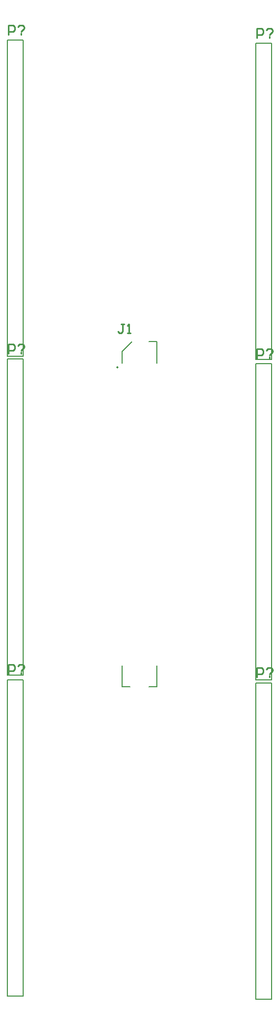
<source format=gto>
%TF.GenerationSoftware,Altium Limited,Altium Designer,22.11.1 (43)*%
G04 Layer_Color=65535*
%FSLAX45Y45*%
%MOMM*%
%TF.SameCoordinates,8E6B7D1E-C15C-42CD-BC71-5E9529DE4995*%
%TF.FilePolarity,Positive*%
%TF.FileFunction,Legend,Top*%
%TF.Part,Single*%
G01*
G75*
%TA.AperFunction,NonConductor*%
%ADD17C,0.20000*%
%ADD18C,0.25400*%
D17*
X4903990Y10446002D02*
G03*
X4903990Y10446002I-10000J0D01*
G01*
X7122998Y10572999D02*
X7376998D01*
X7122998D02*
Y15652998D01*
X7376998D01*
Y15462498D02*
Y15652998D01*
Y10572999D02*
Y15462498D01*
X3122996Y15703001D02*
X3376996D01*
Y10623001D02*
Y15703001D01*
X3122996Y10623001D02*
X3376996D01*
X3122996D02*
Y10813501D01*
Y15703001D01*
X7122998Y5423002D02*
X7376998D01*
X7122998D02*
Y10503002D01*
X7376998D01*
Y10312502D02*
Y10503002D01*
Y5423002D02*
Y10312502D01*
X3123001Y10577002D02*
X3377001D01*
Y5497002D02*
Y10577002D01*
X3123001Y5497002D02*
X3377001D01*
X3123001D02*
Y5687502D01*
Y10577002D01*
X7122998Y297002D02*
X7376998D01*
X7122998D02*
Y5377002D01*
X7376998D01*
Y5186502D02*
Y5377002D01*
Y297002D02*
Y5186502D01*
X3123001Y5427000D02*
X3377001D01*
Y347000D02*
Y5427000D01*
X3123001Y347000D02*
X3377001D01*
X3123001D02*
Y537500D01*
Y5427000D01*
X4969998Y5311003D02*
X5099995D01*
X5399994D02*
X5529997D01*
X4969998D02*
Y5656001D01*
Y10516001D02*
Y10701000D01*
X5529997Y5311003D02*
Y5656001D01*
Y10516001D02*
Y10860999D01*
X4969998Y10701000D02*
X5129997Y10860999D01*
X5399994D02*
X5529997D01*
D18*
X7137397Y15738120D02*
Y15890471D01*
X7213572D01*
X7238964Y15865079D01*
Y15814296D01*
X7213572Y15788904D01*
X7137397D01*
X7289747Y15865079D02*
X7315139Y15890471D01*
X7365923D01*
X7391315Y15865079D01*
Y15839688D01*
X7340531Y15788904D01*
Y15763512D02*
Y15738120D01*
X3139437Y15788921D02*
Y15941270D01*
X3215612D01*
X3241004Y15915878D01*
Y15865096D01*
X3215612Y15839703D01*
X3139437D01*
X3291787Y15915878D02*
X3317179Y15941270D01*
X3367963D01*
X3393355Y15915878D01*
Y15890488D01*
X3342571Y15839703D01*
Y15814313D02*
Y15788921D01*
X7137400Y10589260D02*
Y10741611D01*
X7213575D01*
X7238967Y10716219D01*
Y10665435D01*
X7213575Y10640043D01*
X7137400D01*
X7289751Y10716219D02*
X7315143Y10741611D01*
X7365926D01*
X7391318Y10716219D01*
Y10690827D01*
X7340534Y10640043D01*
Y10614652D02*
Y10589260D01*
X3139440Y10662920D02*
Y10815271D01*
X3215615D01*
X3241007Y10789879D01*
Y10739095D01*
X3215615Y10713703D01*
X3139440D01*
X3291791Y10789879D02*
X3317183Y10815271D01*
X3367966D01*
X3393358Y10789879D01*
Y10764487D01*
X3342574Y10713703D01*
Y10688312D02*
Y10662920D01*
X7137400Y5463540D02*
Y5615891D01*
X7213575D01*
X7238967Y5590499D01*
Y5539715D01*
X7213575Y5514323D01*
X7137400D01*
X7289751Y5590499D02*
X7315143Y5615891D01*
X7365926D01*
X7391318Y5590499D01*
Y5565107D01*
X7340534Y5514323D01*
Y5488932D02*
Y5463540D01*
X3139440Y5514340D02*
Y5666691D01*
X3215615D01*
X3241007Y5641299D01*
Y5590515D01*
X3215615Y5565123D01*
X3139440D01*
X3291791Y5641299D02*
X3317183Y5666691D01*
X3367966D01*
X3393358Y5641299D01*
Y5615907D01*
X3342574Y5565123D01*
Y5539732D02*
Y5514340D01*
X5001224Y11143211D02*
X4950440D01*
X4975832D01*
Y11016252D01*
X4950440Y10990860D01*
X4925049D01*
X4899657Y11016252D01*
X5052007Y10990860D02*
X5102791D01*
X5077399D01*
Y11143211D01*
X5052007Y11117819D01*
%TF.MD5,1664e8a09ab62a522da8b432b17bc358*%
M02*

</source>
